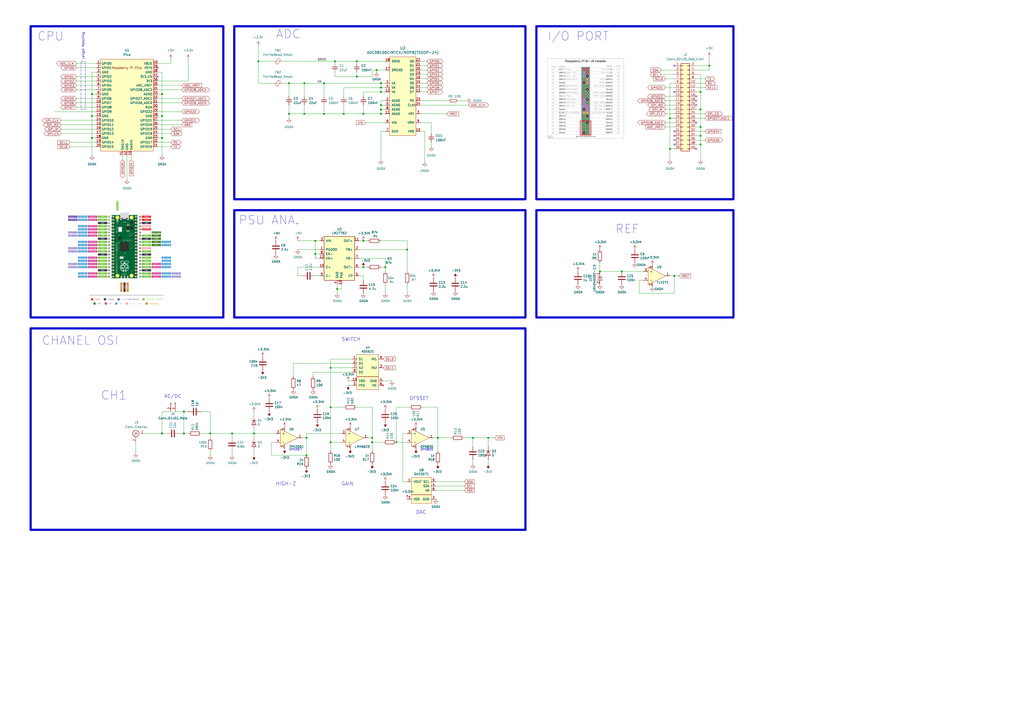
<source format=kicad_sch>
(kicad_sch (version 20231120) (generator "eeschema") (generator_version "8.0")
  (paper "A2")
  (title_block (title "pHAT ADC") (date "2024-10-07") (rev "R 01"))
  (junction (at 360.68 157.48))
  (junction (at 187.96 66.04))
  (junction (at 406.4 63.5))
  (junction (at 236.22 144.78))
  (junction (at 254 254))
  (junction (at 220.98 50.8))
  (junction (at 106.68 251.46))
  (junction (at 207.01 44.45))
  (junction (at 93.98 67.31))
  (junction (at 218.44 40.64))
  (junction (at 147.32 251.46))
  (junction (at 210.82 139.7))
  (junction (at 93.98 251.46))
  (junction (at 406.4 83.82))
  (junction (at 210.82 66.04))
  (junction (at 149.86 35.56))
  (junction (at 229.87 256.54))
  (junction (at 406.4 78.74))
  (junction (at 199.39 66.04))
  (junction (at 220.98 48.26))
  (junction (at 391.16 160.02))
  (junction (at 187.96 48.26))
  (junction (at 215.9 254))
  (junction (at 121.92 251.46))
  (junction (at 406.4 73.66))
  (junction (at 210.82 154.94))
  (junction (at 134.62 251.46))
  (junction (at 176.53 48.26))
  (junction (at 220.98 63.5))
  (junction (at 167.64 48.26))
  (junction (at 177.8 254))
  (junction (at 388.62 86.36))
  (junction (at 176.53 66.04))
  (junction (at 167.64 66.04))
  (junction (at 194.31 35.56))
  (junction (at 207.01 35.56))
  (junction (at 182.88 139.7))
  (junction (at 406.4 53.34))
  (junction (at 182.88 147.32))
  (junction (at 106.68 238.76))
  (junction (at 53.34 67.31))
  (junction (at 191.77 213.36))
  (junction (at 53.34 54.61))
  (junction (at 220.98 53.34))
  (junction (at 93.98 80.01))
  (junction (at 93.98 54.61))
  (junction (at 220.98 60.96))
  (junction (at 191.77 236.22))
  (junction (at 177.8 264.16))
  (junction (at 223.52 154.94))
  (junction (at 283.21 254))
  (junction (at 215.9 256.54))
  (junction (at 191.77 256.54))
  (junction (at 274.32 254))
  (junction (at 411.48 38.1))
  (junction (at 347.98 157.48))
  (junction (at 195.58 167.64))
  (junction (at 388.62 68.58))
  (junction (at 220.98 66.04))
  (junction (at 53.34 80.01))
  (no_connect (at 91.44 39.37))
  (no_connect (at 391.16 38.1))
  (no_connect (at 403.86 55.88))
  (no_connect (at 391.16 76.2))
  (no_connect (at 403.86 71.12))
  (no_connect (at 403.86 60.96))
  (no_connect (at 403.86 86.36))
  (no_connect (at 403.86 58.42))
  (no_connect (at 391.16 81.28))
  (no_connect (at 391.16 83.82))
  (no_connect (at 391.16 78.74))
  (no_connect (at 91.44 44.45))
  (no_connect (at 391.16 53.34))
  (wire (pts (xy 176.53 48.26) (xy 167.64 48.26)))
  (wire (pts (xy 229.87 236.22) (xy 229.87 256.54)))
  (wire (pts (xy 386.08 66.04) (xy 391.16 66.04)))
  (wire (pts (xy 44.45 52.07) (xy 55.88 52.07)))
  (wire (pts (xy 373.38 157.48) (xy 360.68 157.48)))
  (wire (pts (xy 191.77 236.22) (xy 191.77 256.54)))
  (wire (pts (xy 204.47 208.28) (xy 191.77 208.28)))
  (wire (pts (xy 147.32 248.92) (xy 147.32 251.46)))
  (wire (pts (xy 44.45 59.69) (xy 55.88 59.69)))
  (wire (pts (xy 182.88 139.7) (xy 185.42 139.7)))
  (wire (pts (xy 35.56 72.39) (xy 55.88 72.39)))
  (wire (pts (xy 185.42 149.86) (xy 182.88 149.86)))
  (wire (pts (xy 403.86 53.34) (xy 406.4 53.34)))
  (wire (pts (xy 71.12 92.71) (xy 71.12 90.17)))
  (wire (pts (xy 218.44 40.64) (xy 215.9 40.64)))
  (wire (pts (xy 121.92 254) (xy 121.92 251.46)))
  (wire (pts (xy 360.68 157.48) (xy 347.98 157.48)))
  (wire (pts (xy 403.86 43.18) (xy 406.4 43.18)))
  (wire (pts (xy 370.84 162.56) (xy 370.84 170.18)))
  (wire (pts (xy 250.19 77.47) (xy 250.19 71.12)))
  (wire (pts (xy 220.98 60.96) (xy 223.52 60.96)))
  (wire (pts (xy 204.47 220.98) (xy 201.93 220.98)))
  (wire (pts (xy 149.86 26.67) (xy 149.86 35.56)))
  (wire (pts (xy 185.42 147.32) (xy 182.88 147.32)))
  (wire (pts (xy 104.14 251.46) (xy 106.68 251.46)))
  (wire (pts (xy 254 254) (xy 254 261.62)))
  (wire (pts (xy 194.31 35.56) (xy 207.01 35.56)))
  (wire (pts (xy 247.65 45.72) (xy 243.84 45.72)))
  (wire (pts (xy 204.47 213.36) (xy 191.77 213.36)))
  (wire (pts (xy 223.52 165.1) (xy 223.52 170.18)))
  (wire (pts (xy 91.44 54.61) (xy 93.98 54.61)))
  (wire (pts (xy 247.65 40.64) (xy 243.84 40.64)))
  (wire (pts (xy 254 254) (xy 251.46 254)))
  (wire (pts (xy 386.08 50.8) (xy 391.16 50.8)))
  (wire (pts (xy 44.45 57.15) (xy 55.88 57.15)))
  (wire (pts (xy 187.96 60.96) (xy 187.96 66.04)))
  (wire (pts (xy 101.6 238.76) (xy 106.68 238.76)))
  (wire (pts (xy 388.62 68.58) (xy 388.62 86.36)))
  (wire (pts (xy 287.02 254) (xy 283.21 254)))
  (wire (pts (xy 388.62 48.26) (xy 388.62 68.58)))
  (wire (pts (xy 207.01 35.56) (xy 207.01 36.83)))
  (wire (pts (xy 76.2 92.71) (xy 76.2 90.17)))
  (wire (pts (xy 386.08 73.66) (xy 391.16 73.66)))
  (wire (pts (xy 91.44 77.47) (xy 99.06 77.47)))
  (wire (pts (xy 93.98 80.01) (xy 93.98 90.17)))
  (wire (pts (xy 109.22 46.99) (xy 109.22 34.29)))
  (wire (pts (xy 147.32 254) (xy 147.32 251.46)))
  (wire (pts (xy 44.45 46.99) (xy 55.88 46.99)))
  (wire (pts (xy 91.44 80.01) (xy 93.98 80.01)))
  (wire (pts (xy 223.52 154.94) (xy 223.52 157.48)))
  (wire (pts (xy 386.08 71.12) (xy 391.16 71.12)))
  (wire (pts (xy 408.94 76.2) (xy 403.86 76.2)))
  (wire (pts (xy 274.32 254) (xy 283.21 254)))
  (wire (pts (xy 195.58 167.64) (xy 195.58 165.1)))
  (wire (pts (xy 167.64 66.04) (xy 167.64 68.58)))
  (wire (pts (xy 247.65 48.26) (xy 243.84 48.26)))
  (wire (pts (xy 105.41 72.39) (xy 91.44 72.39)))
  (wire (pts (xy 53.34 41.91) (xy 53.34 54.61)))
  (wire (pts (xy 247.65 43.18) (xy 243.84 43.18)))
  (wire (pts (xy 91.44 46.99) (xy 109.22 46.99)))
  (wire (pts (xy 163.83 35.56) (xy 194.31 35.56)))
  (wire (pts (xy 283.21 266.7) (xy 283.21 269.24)))
  (wire (pts (xy 170.18 210.82) (xy 170.18 218.44)))
  (wire (pts (xy 386.08 55.88) (xy 391.16 55.88)))
  (wire (pts (xy 158.75 48.26) (xy 149.86 48.26)))
  (wire (pts (xy 220.98 48.26) (xy 223.52 48.26)))
  (wire (pts (xy 370.84 170.18) (xy 391.16 170.18)))
  (wire (pts (xy 250.19 82.55) (xy 250.19 85.09)))
  (wire (pts (xy 44.45 39.37) (xy 55.88 39.37)))
  (wire (pts (xy 167.64 66.04) (xy 176.53 66.04)))
  (wire (pts (xy 223.52 35.56) (xy 207.01 35.56)))
  (wire (pts (xy 53.34 67.31) (xy 53.34 54.61)))
  (wire (pts (xy 265.43 58.42) (xy 270.51 58.42)))
  (wire (pts (xy 185.42 160.02) (xy 182.88 160.02)))
  (wire (pts (xy 236.22 139.7) (xy 236.22 144.78)))
  (wire (pts (xy 187.96 48.26) (xy 220.98 48.26)))
  (wire (pts (xy 134.62 251.46) (xy 134.62 254)))
  (wire (pts (xy 207.01 41.91) (xy 207.01 44.45)))
  (wire (pts (xy 167.64 48.26) (xy 167.64 55.88)))
  (wire (pts (xy 210.82 60.96) (xy 210.82 66.04)))
  (wire (pts (xy 55.88 67.31) (xy 53.34 67.31)))
  (wire (pts (xy 408.94 81.28) (xy 403.86 81.28)))
  (wire (pts (xy 194.31 41.91) (xy 194.31 44.45)))
  (wire (pts (xy 191.77 236.22) (xy 191.77 213.36)))
  (wire (pts (xy 185.42 154.94) (xy 172.72 154.94)))
  (wire (pts (xy 172.72 160.02) (xy 175.26 160.02)))
  (wire (pts (xy 204.47 223.52) (xy 201.93 223.52)))
  (wire (pts (xy 93.98 67.31) (xy 91.44 67.31)))
  (wire (pts (xy 215.9 254) (xy 213.36 254)))
  (wire (pts (xy 406.4 43.18) (xy 406.4 53.34)))
  (wire (pts (xy 408.94 68.58) (xy 403.86 68.58)))
  (wire (pts (xy 406.4 78.74) (xy 406.4 83.82)))
  (wire (pts (xy 181.61 215.9) (xy 181.61 218.44)))
  (wire (pts (xy 406.4 63.5) (xy 406.4 73.66)))
  (wire (pts (xy 44.45 62.23) (xy 55.88 62.23)))
  (wire (pts (xy 116.84 251.46) (xy 121.92 251.46)))
  (wire (pts (xy 406.4 53.34) (xy 406.4 63.5)))
  (wire (pts (xy 274.32 259.08) (xy 274.32 254)))
  (wire (pts (xy 254 236.22) (xy 254 254)))
  (wire (pts (xy 236.22 165.1) (xy 236.22 170.18)))
  (wire (pts (xy 176.53 60.96) (xy 176.53 66.04)))
  (wire (pts (xy 187.96 48.26) (xy 187.96 55.88)))
  (wire (pts (xy 393.7 160.02) (xy 391.16 160.02)))
  (wire (pts (xy 391.16 160.02) (xy 391.16 170.18)))
  (wire (pts (xy 93.98 41.91) (xy 93.98 54.61)))
  (wire (pts (xy 386.08 58.42) (xy 391.16 58.42)))
  (wire (pts (xy 220.98 154.94) (xy 223.52 154.94)))
  (wire (pts (xy 44.45 49.53) (xy 55.88 49.53)))
  (wire (pts (xy 198.12 256.54) (xy 191.77 256.54)))
  (wire (pts (xy 403.86 73.66) (xy 406.4 73.66)))
  (wire (pts (xy 220.98 60.96) (xy 220.98 58.42)))
  (wire (pts (xy 408.94 50.8) (xy 403.86 50.8)))
  (wire (pts (xy 252.73 281.94) (xy 269.24 281.94)))
  (wire (pts (xy 177.8 264.16) (xy 177.8 254)))
  (wire (pts (xy 243.84 60.96) (xy 271.78 60.96)))
  (wire (pts (xy 177.8 254) (xy 175.26 254)))
  (wire (pts (xy 40.64 85.09) (xy 55.88 85.09)))
  (wire (pts (xy 177.8 251.46) (xy 198.12 251.46)))
  (wire (pts (xy 91.44 41.91) (xy 93.98 41.91)))
  (wire (pts (xy 386.08 45.72) (xy 391.16 45.72)))
  (wire (pts (xy 199.39 60.96) (xy 199.39 66.04)))
  (wire (pts (xy 185.42 144.78) (xy 172.72 144.78)))
  (wire (pts (xy 222.25 256.54) (xy 215.9 256.54)))
  (wire (pts (xy 218.44 40.64) (xy 218.44 41.91)))
  (wire (pts (xy 233.68 279.4) (xy 236.22 279.4)))
  (wire (pts (xy 198.12 167.64) (xy 195.58 167.64)))
  (wire (pts (xy 220.98 63.5) (xy 223.52 63.5)))
  (wire (pts (xy 31.75 64.77) (xy 55.88 64.77)))
  (wire (pts (xy 406.4 83.82) (xy 406.4 92.71)))
  (wire (pts (xy 220.98 139.7) (xy 236.22 139.7)))
  (wire (pts (xy 147.32 238.76) (xy 147.32 241.3)))
  (wire (pts (xy 93.98 238.76) (xy 93.98 251.46)))
  (wire (pts (xy 199.39 66.04) (xy 210.82 66.04)))
  (wire (pts (xy 194.31 44.45) (xy 207.01 44.45)))
  (wire (pts (xy 198.12 165.1) (xy 198.12 167.64)))
  (wire (pts (xy 105.41 69.85) (xy 91.44 69.85)))
  (wire (pts (xy 391.16 48.26) (xy 388.62 48.26)))
  (wire (pts (xy 134.62 251.46) (xy 147.32 251.46)))
  (wire (pts (xy 99.06 82.55) (xy 91.44 82.55)))
  (wire (pts (xy 40.64 82.55) (xy 55.88 82.55)))
  (wire (pts (xy 269.24 254) (xy 274.32 254)))
  (wire (pts (xy 208.28 144.78) (xy 236.22 144.78)))
  (wire (pts (xy 106.68 238.76) (xy 109.22 238.76)))
  (wire (pts (xy 373.38 162.56) (xy 370.84 162.56)))
  (wire (pts (xy 191.77 213.36) (xy 191.77 208.28)))
  (wire (pts (xy 215.9 40.64) (xy 215.9 44.45)))
  (wire (pts (xy 391.16 160.02) (xy 388.62 160.02)))
  (wire (pts (xy 247.65 38.1) (xy 243.84 38.1)))
  (wire (pts (xy 212.09 71.12) (xy 223.52 71.12)))
  (wire (pts (xy 157.48 264.16) (xy 177.8 264.16)))
  (wire (pts (xy 252.73 279.4) (xy 269.24 279.4)))
  (wire (pts (xy 83.82 251.46) (xy 93.98 251.46)))
  (wire (pts (xy 391.16 86.36) (xy 388.62 86.36)))
  (wire (pts (xy 223.52 149.86) (xy 223.52 154.94)))
  (wire (pts (xy 170.18 210.82) (xy 204.47 210.82)))
  (wire (pts (xy 215.9 236.22) (xy 215.9 254)))
  (wire (pts (xy 199.39 50.8) (xy 220.98 50.8)))
  (wire (pts (xy 208.28 139.7) (xy 210.82 139.7)))
  (wire (pts (xy 93.98 238.76) (xy 99.06 238.76)))
  (wire (pts (xy 215.9 256.54) (xy 215.9 261.62)))
  (wire (pts (xy 149.86 48.26) (xy 149.86 35.56)))
  (wire (pts (xy 408.94 66.04) (xy 403.86 66.04)))
  (wire (pts (xy 99.06 36.83) (xy 99.06 34.29)))
  (wire (pts (xy 223.52 76.2) (xy 220.98 76.2)))
  (wire (pts (xy 252.73 284.48) (xy 269.24 284.48)))
  (wire (pts (xy 53.34 54.61) (xy 55.88 54.61)))
  (wire (pts (xy 210.82 66.04) (xy 220.98 66.04)))
  (wire (pts (xy 182.88 149.86) (xy 182.88 147.32)))
  (wire (pts (xy 44.45 44.45) (xy 55.88 44.45)))
  (wire (pts (xy 35.56 74.93) (xy 55.88 74.93)))
  (wire (pts (xy 116.84 238.76) (xy 121.92 238.76)))
  (wire (pts (xy 386.08 63.5) (xy 391.16 63.5)))
  (wire (pts (xy 106.68 251.46) (xy 109.22 251.46)))
  (wire (pts (xy 160.02 256.54) (xy 157.48 256.54)))
  (wire (pts (xy 44.45 36.83) (xy 55.88 36.83)))
  (wire (pts (xy 403.86 83.82) (xy 406.4 83.82)))
  (wire (pts (xy 172.72 154.94) (xy 172.72 160.02)))
  (wire (pts (xy 220.98 63.5) (xy 220.98 60.96)))
  (wire (pts (xy 167.64 60.96) (xy 167.64 66.04)))
  (wire (pts (xy 403.86 78.74) (xy 406.4 78.74)))
  (wire (pts (xy 105.41 57.15) (xy 91.44 57.15)))
  (wire (pts (xy 208.28 154.94) (xy 210.82 154.94)))
  (wire (pts (xy 243.84 76.2) (xy 246.38 76.2)))
  (wire (pts (xy 149.86 35.56) (xy 158.75 35.56)))
  (wire (pts (xy 93.98 80.01) (xy 93.98 67.31)))
  (wire (pts (xy 227.33 220.98) (xy 222.25 220.98)))
  (wire (pts (xy 243.84 66.04) (xy 259.08 66.04)))
  (wire (pts (xy 157.48 256.54) (xy 157.48 264.16)))
  (wire (pts (xy 254 254) (xy 261.62 254)))
  (wire (pts (xy 78.74 256.54) (xy 78.74 262.89)))
  (wire (pts (xy 121.92 251.46) (xy 134.62 251.46)))
  (wire (pts (xy 383.54 43.18) (xy 391.16 43.18)))
  (wire (pts (xy 210.82 53.34) (xy 210.82 55.88)))
  (wire (pts (xy 105.41 52.07) (xy 91.44 52.07)))
  (wire (pts (xy 199.39 50.8) (xy 199.39 55.88)))
  (wire (pts (xy 147.32 261.62) (xy 147.32 264.16)))
  (wire (pts (xy 246.38 76.2) (xy 246.38 93.98)))
  (wire (pts (xy 93.98 251.46) (xy 96.52 251.46)))
  (wire (pts (xy 210.82 154.94) (xy 213.36 154.94)))
  (wire (pts (xy 411.48 33.02) (xy 411.48 38.1)))
  (wire (pts (xy 274.32 266.7) (xy 274.32 269.24)))
  (wire (pts (xy 383.54 40.64) (xy 391.16 40.64)))
  (wire (pts (xy 195.58 170.18) (xy 195.58 167.64)))
  (wire (pts (xy 91.44 36.83) (xy 99.06 36.83)))
  (wire (pts (xy 147.32 251.46) (xy 160.02 251.46)))
  (wire (pts (xy 99.06 85.09) (xy 91.44 85.09)))
  (wire (pts (xy 215.9 254) (xy 215.9 256.54)))
  (wire (pts (xy 53.34 80.01) (xy 53.34 67.31)))
  (wire (pts (xy 403.86 45.72) (xy 408.94 45.72)))
  (wire (pts (xy 386.08 60.96) (xy 391.16 60.96)))
  (wire (pts (xy 247.65 50.8) (xy 243.84 50.8)))
  (wire (pts (xy 194.31 36.83) (xy 194.31 35.56)))
  (wire (pts (xy 134.62 261.62) (xy 134.62 264.16)))
  (wire (pts (xy 177.8 251.46) (xy 177.8 254)))
  (wire (pts (xy 208.28 160.02) (xy 210.82 160.02)))
  (wire (pts (xy 220.98 48.26) (xy 220.98 50.8)))
  (wire (pts (xy 411.48 40.64) (xy 411.48 38.1)))
  (wire (pts (xy 250.19 71.12) (xy 243.84 71.12)))
  (wire (pts (xy 247.65 35.56) (xy 243.84 35.56)))
  (wire (pts (xy 93.98 54.61) (xy 93.98 67.31)))
  (wire (pts (xy 223.52 53.34) (xy 220.98 53.34)))
  (wire (pts (xy 121.92 261.62) (xy 121.92 264.16)))
  (wire (pts (xy 236.22 144.78) (xy 236.22 157.48)))
  (wire (pts (xy 176.53 48.26) (xy 176.53 55.88)))
  (wire (pts (xy 210.82 160.02) (xy 210.82 162.56)))
  (wire (pts (xy 191.77 236.22) (xy 199.39 236.22)))
  (wire (pts (xy 172.72 139.7) (xy 182.88 139.7)))
  (wire (pts (xy 403.86 63.5) (xy 406.4 63.5)))
  (wire (pts (xy 237.49 236.22) (xy 229.87 236.22)))
  (wire (pts (xy 220.98 50.8) (xy 220.98 53.34)))
  (wire (pts (xy 388.62 86.36) (xy 388.62 92.71)))
  (wire (pts (xy 215.9 44.45) (xy 207.01 44.45)))
  (wire (pts (xy 406.4 73.66) (xy 406.4 78.74)))
  (wire (pts (xy 121.92 238.76) (xy 121.92 251.46)))
  (wire (pts (xy 106.68 238.76) (xy 106.68 251.46)))
  (wire (pts (xy 403.86 38.1) (xy 411.48 38.1)))
  (wire (pts (xy 55.88 80.01) (xy 53.34 80.01)))
  (wire (pts (xy 182.88 147.32) (xy 182.88 139.7)))
  (wire (pts (xy 220.98 76.2) (xy 220.98 92.71)))
  (wire (pts (xy 388.62 68.58) (xy 391.16 68.58)))
  (wire (pts (xy 55.88 41.91) (xy 53.34 41.91)))
  (wire (pts (xy 283.21 259.08) (xy 283.21 254)))
  (wire (pts (xy 105.41 64.77) (xy 91.44 64.77)))
  (wire (pts (xy 187.96 66.04) (xy 199.39 66.04)))
  (wire (pts (xy 403.86 48.26) (xy 408.94 48.26)))
  (wire (pts (xy 403.86 40.64) (xy 411.48 40.64)))
  (wire (pts (xy 35.56 77.47) (xy 55.88 77.47)))
  (wire (pts (xy 220.98 66.04) (xy 220.98 63.5)))
  (wire (pts (xy 191.77 256.54) (xy 191.77 261.62)))
  (wire (pts (xy 207.01 236.22) (xy 215.9 236.22)))
  (wire (pts (xy 105.41 59.69) (xy 91.44 59.69)))
  (wire (pts (xy 236.22 256.54) (xy 229.87 256.54)))
  (wire (pts (xy 347.98 157.48) (xy 347.98 152.4)))
  (wire (pts (xy 210.82 139.7) (xy 213.36 139.7)))
  (wire (pts (xy 176.53 66.04) (xy 187.96 66.04)))
  (wire (pts (xy 223.52 66.04) (xy 220.98 66.04)))
  (wire (pts (xy 208.28 149.86) (xy 223.52 149.86)))
  (wire (pts (xy 91.44 74.93) (xy 99.06 74.93)))
  (wire (pts (xy 220.98 58.42) (xy 223.52 58.42)))
  (wire (pts (xy 247.65 53.34) (xy 243.84 53.34)))
  (wire (pts (xy 245.11 236.22) (xy 254 236.22)))
  (wire (pts (xy 176.53 48.26) (xy 187.96 48.26)))
  (wire (pts (xy 243.84 58.42) (xy 260.35 58.42)))
  (wire (pts (xy 105.41 49.53) (xy 91.44 49.53)))
  (wire (pts (xy 220.98 50.8) (xy 223.52 50.8)))
  (wire (pts (xy 167.64 48.26) (xy 163.83 48.26)))
  (wire (pts (xy 233.68 251.46) (xy 233.68 279.4)))
  (wire (pts (xy 73.66 90.17) (xy 73.66 104.14)))
  (wire (pts (xy 220.98 53.34) (xy 210.82 53.34)))
  (wire (pts (xy 223.52 40.64) (xy 218.44 40.64)))
  (wire (pts (xy 53.34 80.01) (xy 53.34 90.17)))
  (wire (pts (xy 35.56 69.85) (xy 55.88 69.85)))
  (wire (pts (xy 181.61 215.9) (xy 204.47 215.9)))
  (wire (pts (xy 233.68 251.46) (xy 236.22 251.46)))
  (rectangle (start 46.99 35.56) (end 49.53 63.5) (stroke (width 0) (type dash)))
  (rectangle (start 311.15 121.92) (end 425.45 184.15) (stroke (width 1.27)))
  (rectangle (start 17.78 15.24) (end 129.54 184.15) (stroke (width 1.27)))
  (rectangle (start 17.78 190.5) (end 304.8 307.34) (stroke (width 1.27)))
  (rectangle (start 135.89 15.24) (end 304.8 115.57) (stroke (width 1.27)))
  (rectangle (start 135.89 121.92) (end 304.8 184.15) (stroke (width 1.27)))
  (rectangle (start 311.15 15.24) (end 425.45 115.57) (stroke (width 1.27)))
  (image (at 72.39 147.32))
  (image (at 341.63 57.15) (scale 0.178563))
  (text "CHANEL OSI" (at 24.13 200.66 0) (effects (font (size 5.0038 5.0038)) (justify left bottom)))
  (text "AC/DC" (at 95.25 231.14 0) (effects (font (size 2.0066 2.0066)) (justify left bottom)))
  (text "DAC" (at 241.3 298.45 0) (effects (font (size 2.0066 2.0066)) (justify left bottom)))
  (text "CPU" (at 21.59 24.13 0) (effects (font (size 5.0038 5.0038)) (justify left bottom)))
  (text "OPA820" (at 243.84 261.62 0) (effects (font (size 1.27 1.27)) (justify left bottom)))
  (text "PSU ANA." (at 138.43 130.81 0) (effects (font (size 5.0038 5.0038)) (justify left bottom)))
  (text "I/O PORT" (at 317.5 24.13 0) (effects (font (size 5.0038 5.0038)) (justify left bottom)))
  (text "GAIN" (at 198.12 281.94 0) (effects (font (size 2.0066 2.0066)) (justify left bottom)))
  (text "ADC" (at 160.02 22.86 0) (effects (font (size 5.0038 5.0038)) (justify left bottom)))
  (text "OPA357" (at 167.64 261.62 0) (effects (font (size 1.27 1.27)) (justify left bottom)))
  (text "REF" (at 356.87 135.89 0) (effects (font (size 5.0038 5.0038)) (justify left bottom)))
  (text "Length Matching" (at 48.26 26.67 90) (effects (font (size 1.27 1.27))))
  (text "SWITCH" (at 198.12 198.12 0) (effects (font (size 2.0066 2.0066)) (justify left bottom)))
  (text "HIGH-Z" (at 160.02 281.94 0) (effects (font (size 2.0066 2.0066)) (justify left bottom)))
  (text "OFSSET" (at 237.49 232.41 0) (effects (font (size 2.0066 2.0066)) (justify left bottom)))
  (text "CH1" (at 58.42 232.41 0) (effects (font (size 5.0038 5.0038)) (justify left bottom)))
  (label "DRVD" (at 184.15 35.56 0))
  (label "VA" (at 184.15 48.26 0))
  (global_label "GPIO21" (shape bidirectional) (at 105.41 69.85 0) (property "Intersheetrefs" "${INTERSHEET_REFS}" (at 116.4008 69.85 0) (effects (justify left))))
  (global_label "GPIO2" (shape bidirectional) (at 44.45 46.99 180) (property "Intersheetrefs" "${INTERSHEET_REFS}" (at 34.6687 46.99 0) (effects (justify right))))
  (global_label "SDA" (shape input) (at 99.06 77.47 0) (property "Intersheetrefs" "${INTERSHEET_REFS}" (at 105.6133 77.47 0) (effects (justify left))))
  (global_label "SCL" (shape input) (at 99.06 74.93 0) (property "Intersheetrefs" "${INTERSHEET_REFS}" (at 105.5528 74.93 0) (effects (justify left))))
  (global_label "GPIO0" (shape bidirectional) (at 247.65 35.56 0) (property "Intersheetrefs" "${INTERSHEET_REFS}" (at 257.4313 35.56 0) (effects (justify left))))
  (global_label "GPIO21" (shape bidirectional) (at 386.08 50.8 180) (property "Intersheetrefs" "${INTERSHEET_REFS}" (at 375.0892 50.8 0) (effects (justify right))))
  (global_label "SPI_CS" (shape bidirectional) (at 35.56 77.47 180) (property "Intersheetrefs" "${INTERSHEET_REFS}" (at 24.9321 77.47 0) (effects (justify right))))
  (global_label "SPI_MI" (shape bidirectional) (at 386.08 63.5 180) (property "Intersheetrefs" "${INTERSHEET_REFS}" (at 375.8754 63.5 0) (effects (justify right))))
  (global_label "TX" (shape bidirectional) (at 99.06 85.09 0) (property "Intersheetrefs" "${INTERSHEET_REFS}" (at 105.3336 85.09 0) (effects (justify left))))
  (global_label "SCL" (shape input) (at 269.24 281.94 0) (property "Intersheetrefs" "${INTERSHEET_REFS}" (at 275.7328 281.94 0) (effects (justify left))))
  (global_label "SDA" (shape input) (at 383.54 40.64 180) (property "Intersheetrefs" "${INTERSHEET_REFS}" (at 376.9867 40.64 0) (effects (justify right))))
  (global_label "VIN" (shape input) (at 287.02 254 0) (property "Intersheetrefs" "${INTERSHEET_REFS}" (at 293.0291 254 0) (effects (justify left))))
  (global_label "SEL1" (shape input) (at 222.25 213.36 0) (property "Intersheetrefs" "${INTERSHEET_REFS}" (at 229.8313 213.36 0) (effects (justify left))))
  (global_label "GPIO3" (shape bidirectional) (at 44.45 49.53 180) (property "Intersheetrefs" "${INTERSHEET_REFS}" (at 34.6687 49.53 0) (effects (justify right))))
  (global_label "TX" (shape bidirectional) (at 408.94 45.72 0) (property "Intersheetrefs" "${INTERSHEET_REFS}" (at 415.2136 45.72 0) (effects (justify left))))
  (global_label "GPIO22" (shape bidirectional) (at 386.08 55.88 180) (property "Intersheetrefs" "${INTERSHEET_REFS}" (at 375.0892 55.88 0) (effects (justify right))))
  (global_label "GPIO26_ADC0" (shape bidirectional) (at 105.41 59.69 0) (property "Intersheetrefs" "${INTERSHEET_REFS}" (at 122.2065 59.69 0) (effects (justify left))))
  (global_label "SDA" (shape input) (at 269.24 279.4 0) (property "Intersheetrefs" "${INTERSHEET_REFS}" (at 275.7933 279.4 0) (effects (justify left))))
  (global_label "GPIO6" (shape bidirectional) (at 247.65 50.8 0) (property "Intersheetrefs" "${INTERSHEET_REFS}" (at 257.4313 50.8 0) (effects (justify left))))
  (global_label "SPI_CLK" (shape bidirectional) (at 35.56 69.85 180) (property "Intersheetrefs" "${INTERSHEET_REFS}" (at 23.8435 69.85 0) (effects (justify right))))
  (global_label "GPIO5" (shape bidirectional) (at 247.65 48.26 0) (property "Intersheetrefs" "${INTERSHEET_REFS}" (at 257.4313 48.26 0) (effects (justify left))))
  (global_label "GPIO28_ADC2" (shape bidirectional) (at 105.41 52.07 0) (property "Intersheetrefs" "${INTERSHEET_REFS}" (at 122.2065 52.07 0) (effects (justify left))))
  (global_label "GPIO2" (shape bidirectional) (at 247.65 40.64 0) (property "Intersheetrefs" "${INTERSHEET_REFS}" (at 257.4313 40.64 0) (effects (justify left))))
  (global_label "GPIO0" (shape bidirectional) (at 44.45 39.37 180) (property "Intersheetrefs" "${INTERSHEET_REFS}" (at 34.6687 39.37 0) (effects (justify right))))
  (global_label "SPI_CS" (shape bidirectional) (at 408.94 66.04 0) (property "Intersheetrefs" "${INTERSHEET_REFS}" (at 419.5679 66.04 0) (effects (justify left))))
  (global_label "GPIO7" (shape bidirectional) (at 44.45 62.23 180) (property "Intersheetrefs" "${INTERSHEET_REFS}" (at 34.6687 62.23 0) (effects (justify right))))
  (global_label "GPIO27_ADC1" (shape bidirectional) (at 408.94 68.58 0) (property "Intersheetrefs" "${INTERSHEET_REFS}" (at 425.7365 68.58 0) (effects (justify left))))
  (global_label "GPIO22" (shape bidirectional) (at 105.41 64.77 0) (property "Intersheetrefs" "${INTERSHEET_REFS}" (at 116.4008 64.77 0) (effects (justify left))))
  (global_label "VREF" (shape input) (at 259.08 66.04 0) (property "Intersheetrefs" "${INTERSHEET_REFS}" (at 266.6614 66.04 0) (effects (justify left))))
  (global_label "GPIO1" (shape bidirectional) (at 44.45 44.45 180) (property "Intersheetrefs" "${INTERSHEET_REFS}" (at 34.6687 44.45 0) (effects (justify right))))
  (global_label "SEL1" (shape input) (at 408.94 50.8 0) (property "Intersheetrefs" "${INTERSHEET_REFS}" (at 416.5213 50.8 0) (effects (justify left))))
  (global_label "ADC_VREF" (shape input) (at 105.41 49.53 0) (property "Intersheetrefs" "${INTERSHEET_REFS}" (at 117.5876 49.53 0) (effects (justify left))))
  (global_label "ADC_CLK" (shape bidirectional) (at 44.45 36.83 180) (property "Intersheetrefs" "${INTERSHEET_REFS}" (at 32.1892 36.83 0) (effects (justify right))))
  (global_label "GPIO25" (shape bidirectional) (at 71.12 92.71 270) (property "Intersheetrefs" "${INTERSHEET_REFS}" (at 71.12 103.7008 90) (effects (justify right))))
  (global_label "GPIO7" (shape bidirectional) (at 247.65 53.34 0) (property "Intersheetrefs" "${INTERSHEET_REFS}" (at 257.4313 53.34 0) (effects (justify left))))
  (global_label "GPIO26_ADC0" (shape bidirectional) (at 386.08 58.42 180) (property "Intersheetrefs" "${INTERSHEET_REFS}" (at 369.2835 58.42 0) (effects (justify right))))
  (global_label "GPIO5" (shape bidirectional) (at 44.45 57.15 180) (property "Intersheetrefs" "${INTERSHEET_REFS}" (at 34.6687 57.15 0) (effects (justify right))))
  (global_label "VIN" (shape input) (at 212.09 71.12 180) (property "Intersheetrefs" "${INTERSHEET_REFS}" (at 206.0809 71.12 0) (effects (justify right))))
  (global_label "GPIO27_ADC1" (shape bidirectional) (at 105.41 57.15 0) (property "Intersheetrefs" "${INTERSHEET_REFS}" (at 122.2065 57.15 0) (effects (justify left))))
  (global_label "SEL0" (shape input) (at 222.25 208.28 0) (property "Intersheetrefs" "${INTERSHEET_REFS}" (at 229.8313 208.28 0) (effects (justify left))))
  (global_label "SEL0" (shape input) (at 40.64 85.09 180) (property "Intersheetrefs" "${INTERSHEET_REFS}" (at 33.0587 85.09 0) (effects (justify right))))
  (global_label "SEL1" (shape input) (at 40.64 82.55 180) (property "Intersheetrefs" "${INTERSHEET_REFS}" (at 33.0587 82.55 0) (effects (justify right))))
  (global_label "A00" (shape input) (at 105.41 72.39 0) (property "Intersheetrefs" "${INTERSHEET_REFS}" (at 111.9028 72.39 0) (effects (justify left))))
  (global_label "SCL" (shape input) (at 383.54 43.18 180) (property "Intersheetrefs" "${INTERSHEET_REFS}" (at 377.0472 43.18 0) (effects (justify right))))
  (global_label "SPI_MO" (shape bidirectional) (at 386.08 60.96 180) (property "Intersheetrefs" "${INTERSHEET_REFS}" (at 375.1497 60.96 0) (effects (justify right))))
  (global_label "SPI_MI" (shape bidirectional) (at 35.56 74.93 180) (property "Intersheetrefs" "${INTERSHEET_REFS}" (at 25.3554 74.93 0) (effects (justify right))))
  (global_label "SPI_MO" (shape bidirectional) (at 35.56 72.39 180) (property "Intersheetrefs" "${INTERSHEET_REFS}" (at 24.6297 72.39 0) (effects (justify right))))
  (global_label "SEL0" (shape input) (at 386.08 45.72 180) (property "Intersheetrefs" "${INTERSHEET_REFS}" (at 378.4987 45.72 0) (effects (justify right))))
  (global_label "GPIO6" (shape bidirectional) (at 44.45 59.69 180) (property "Intersheetrefs" "${INTERSHEET_REFS}" (at 34.6687 59.69 0) (effects (justify right))))
  (global_label "ADC_VREF" (shape input) (at 386.08 73.66 180) (property "Intersheetrefs" "${INTERSHEET_REFS}" (at 373.9024 73.66 0) (effects (justify right))))
  (global_label "GPIO24" (shape input) (at 76.2 92.71 270) (property "Intersheetrefs" "${INTERSHEET_REFS}" (at 76.2 102.5895 90) (effects (justify right))))
  (global_label "RX" (shape bidirectional) (at 99.06 82.55 0) (property "Intersheetrefs" "${INTERSHEET_REFS}" (at 105.636 82.55 0) (effects (justify left))))
  (global_label "GPIO4" (shape bidirectional) (at 44.45 52.07 180) (property "Intersheetrefs" "${INTERSHEET_REFS}" (at 34.6687 52.07 0) (effects (justify right))))
  (global_label "GPIO4" (shape bidirectional) (at 247.65 45.72 0) (property "Intersheetrefs" "${INTERSHEET_REFS}" (at 257.4313 45.72 0) (effects (justify left))))
  (global_label "GPIO3" (shape bidirectional) (at 247.65 43.18 0) (property "Intersheetrefs" "${INTERSHEET_REFS}" (at 257.4313 43.18 0) (effects (justify left))))
  (global_label "GPIO28_ADC2" (shape bidirectional) (at 386.08 71.12 180) (property "Intersheetrefs" "${INTERSHEET_REFS}" (at 369.2835 71.12 0) (effects (justify right))))
  (global_label "SPI_CLK" (shape bidirectional) (at 386.08 66.04 180) (property "Intersheetrefs" "${INTERSHEET_REFS}" (at 374.3635 66.04 0) (effects (justify right))))
  (global_label "GPIO1" (shape bidirectional) (at 247.65 38.1 0) (property "Intersheetrefs" "${INTERSHEET_REFS}" (at 257.4313 38.1 0) (effects (justify left))))
  (global_label "ADC_CLK" (shape bidirectional) (at 271.78 60.96 0) (property "Intersheetrefs" "${INTERSHEET_REFS}" (at 284.0408 60.96 0) (effects (justify left))))
  (global_label "VREF" (shape input) (at 393.7 160.02 0) (property "Intersheetrefs" "${INTERSHEET_REFS}" (at 401.2814 160.02 0) (effects (justify left))))
  (global_label "GPIO25" (shape bidirectional) (at 408.94 81.28 0) (property "Intersheetrefs" "${INTERSHEET_REFS}" (at 419.9308 81.28 0) (effects (justify left))))
  (global_label "GPIO24" (shape input) (at 408.94 76.2 0) (property "Intersheetrefs" "${INTERSHEET_REFS}" (at 418.8195 76.2 0) (effects (justify left))))
  (global_label "RX" (shape bidirectional) (at 408.94 48.26 0) (property "Intersheetrefs" "${INTERSHEET_REFS}" (at 415.516 48.26 0) (effects (justify left))))
  (global_label "A00" (shape input) (at 269.24 284.48 0) (property "Intersheetrefs" "${INTERSHEET_REFS}" (at 275.7328 284.48 0) (effects (justify left))))
  (symbol (lib_id "power:-3V3") (at 177.8 271.78 180) (unit 1)
    (property "Reference" "#PWR058" (effects (hide yes)))
    (property "Value" "-3V3" (at 177.419 276.1742 0))
  )
  (symbol (lib_id "power:GNDA") (at 252.73 289.56 0) (unit 1)
    (property "Reference" "#PWR062" (effects (hide yes)))
    (property "Value" "GNDA" (at 252.857 293.9542 0))
  )
  (symbol (lib_id "power:+3.3VA") (at 201.93 220.98 0) (unit 1)
    (property "Reference" "#PWR015" (effects (hide yes)))
    (property "Value" "+3.3VA" (at 201.93 217.17 0))
  )
  (symbol (lib_id "power:GNDA") (at 93.98 90.17 0) (unit 1)
    (property "Reference" "#PWR031" (effects (hide yes)))
    (property "Value" "GNDA" (at 93.98 95.25 0))
    (property "Description" "Power symbol creates a global label with name \"GNDA\" , analog ground" (effects (hide yes)))
  )
  (symbol (lib_id "Device:C_Small") (at 187.96 58.42 0) (unit 1)
    (property "Reference" "C5" (at 190.5 57.1562 0) (effects (justify left)))
    (property "Value" "100nF" (at 190.5 59.6962 0) (effects (justify left)))
    (property "Footprint" "Capacitor_SMD:C_0603_1608Metric" (effects (hide yes)))
    (property "Description" "Unpolarized capacitor, small symbol" (effects (hide yes)))
  )
  (symbol (lib_id "power:GNDA") (at 134.62 264.16 0) (unit 1)
    (property "Reference" "#PWR050" (effects (hide yes)))
    (property "Value" "GNDA" (at 134.747 268.5542 0))
  )
  (symbol (lib_id "power:GNDA") (at 236.22 170.18 0) (unit 1)
    (property "Reference" "#PWR075" (effects (hide yes)))
    (property "Value" "GNDA" (at 236.347 174.5742 0))
  )
  (symbol (lib_id "power:-3V3") (at 201.93 223.52 180) (unit 1)
    (property "Reference" "#PWR026" (effects (hide yes)))
    (property "Value" "-3V3" (at 201.549 227.9142 0))
  )
  (symbol (lib_id "Device:R") (at 226.06 256.54 90) (unit 1)
    (property "Reference" "R14" (at 224.8916 254.762 0) (effects (justify left)))
    (property "Value" "100" (at 227.203 254.762 0) (effects (justify left)))
    (property "Footprint" "Resistor_SMD:R_0603_1608Metric" (effects (hide yes)))
    (property "Datasheet" "https://datasheet.lcsc.com/lcsc/1811081710_UNI-ROYAL-Uniroyal-Elec-0603WAF1000T5E_C22775.pdf" (effects (hide yes)))
    (property "LCSC Part #" "C22775" (effects (hide yes)))
    (property "MFR. Part #" "0603WAF1000T5E" (effects (hide yes)))
  )
  (symbol (lib_id "power:-3V3") (at 264.16 161.29 0) (unit 1)
    (property "Reference" "#PWR069" (effects (hide yes)))
    (property "Value" "-3V3" (at 264.541 156.8958 0))
  )
  (symbol (lib_id "ICTAMKY:ADC08100CIMTCX/NOPB(TSSOP-24)") (at 233.68 55.88 0) (unit 1)
    (property "Reference" "U2" (at 233.68 27.94 0) (effects (font (size 1.524 1.524))))
    (property "Value" "ADC08100CIMTCX/NOPB(TSSOP-24)" (at 233.68 30.48 0) (effects (font (size 1.524 1.524))))
    (property "Footprint" "Package_SO:TSSOP-24_4.4x7.8mm_P0.65mm" (effects (hide yes)))
  )
  (symbol (lib_id "Device:C") (at 274.32 262.89 0) (unit 1)
    (property "Reference" "C23" (at 277.241 261.7216 0) (effects (justify left)))
    (property "Value" "160p" (at 277.241 264.033 0) (effects (justify left)))
    (property "Footprint" "Capacitor_SMD:C_0603_1608Metric" (effects (hide yes)))
    (property "Datasheet" "https://datasheet.lcsc.com/lcsc/1811101032_PSA-Prosperity-Dielectrics-FN18X104K160PSG_C235729.pdf" (effects (hide yes)))
    (property "LCSC Part #" "C235729" (effects (hide yes)))
    (property "MFR. Part #" "FN18X104K160PSG" (effects (hide yes)))
  )
  (symbol (lib_id "Reference_Voltage:LM4040DBZ-2.0") (at 347.98 161.29 90) (unit 1)
    (property "Reference" "U10" (at 342.4936 161.29 0))
    (property "Value" "LM4040DBZ-2.0" (at 344.805 161.29 0))
    (property "Footprint" "Package_TO_SOT_SMD:SOT-23" (effects (hide yes)))
    (property "Datasheet" "https://datasheet.lcsc.com/lcsc/1809111512_Texas-Instruments-LM4040A20IDBZR_C127070.pdf" (effects (hide yes)))
    (property "LCSC Part #" "C127070" (effects (hide yes)))
    (property "MFR. Part #" "LM4040A20IDBZR" (effects (hide yes)))
  )
  (symbol (lib_id "Device:C") (at 251.46 165.1 0) (unit 1)
    (property "Reference" "C13" (at 254.381 163.9316 0) (effects (justify left)))
    (property "Value" "2.2u" (at 254.381 166.243 0) (effects (justify left)))
    (property "Footprint" "Capacitor_SMD:C_0603_1608Metric" (effects (hide yes)))
    (property "Datasheet" "https://datasheet.lcsc.com/lcsc/1810271109_Samsung-Electro-Mechanics-CL10A225KO8NNNC_C23630.pdf" (effects (hide yes)))
    (property "LCSC Part #" "C23630" (effects (hide yes)))
    (property "MFR. Part #" "CL10A225KO8NNNC" (effects (hide yes)))
  )
  (symbol (lib_id "Device:R") (at 177.8 267.97 180) (unit 1)
    (property "Reference" "R19" (at 176.022 269.1384 0) (effects (justify left)))
    (property "Value" "1k" (at 176.022 266.827 0) (effects (justify left)))
    (property "Footprint" "Resistor_SMD:R_0603_1608Metric" (effects (hide yes)))
    (property "Datasheet" "https://datasheet.lcsc.com/lcsc/1811141223_UNI-ROYAL-Uniroyal-Elec-0603WAF1001T5E_C21190.pdf" (effects (hide yes)))
    (property "LCSC Part #" "C21190" (effects (hide yes)))
    (property "MFR. Part #" "0603WAF1001T5E" (effects (hide yes)))
  )
  (symbol (lib_id "rpicoscope:LMH6629") (at 198.12 248.92 0) (unit 1)
    (property "Reference" "U7" (at 205.74 248.92 0) (effects (justify left)))
    (property "Value" "LMH6629" (at 205.74 259.08 0) (effects (justify left)))
    (property "Footprint" "Package_TO_SOT_SMD:SOT-23-5" (effects (hide yes)))
    (property "LCSC Part #" "C206003" (effects (hide yes)))
  )
  (symbol (lib_id "Device:FerriteBead_Small") (at 161.29 35.56 90) (unit 1)
    (property "Reference" "FB1" (at 161.2519 29.21 90))
    (property "Value" "FerriteBead_Small" (at 161.2519 31.75 90))
    (property "Footprint" "Resistor_SMD:R_0603_1608Metric" (effects (hide yes)))
    (property "Description" "Ferrite bead, small symbol" (effects (hide yes)))
  )
  (symbol (lib_id "Device:R") (at 181.61 222.25 0) (unit 1)
    (property "Reference" "R9" (at 183.388 221.0816 0) (effects (justify left)))
    (property "Value" "100" (at 183.388 223.393 0) (effects (justify left)))
    (property "Footprint" "Resistor_SMD:R_0603_1608Metric" (effects (hide yes)))
    (property "Datasheet" "https://datasheet.lcsc.com/lcsc/1811081710_UNI-ROYAL-Uniroyal-Elec-0603WAF1000T5E_C22775.pdf" (effects (hide yes)))
    (property "LCSC Part #" "C22775" (effects (hide yes)))
    (property "MFR. Part #" "0603WAF1000T5E" (effects (hide yes)))
  )
  (symbol (lib_id "Device:C") (at 223.52 283.21 0) (unit 1)
    (property "Reference" "C24" (at 226.441 282.0416 0) (effects (justify left)))
    (property "Value" "100n" (at 226.441 284.353 0) (effects (justify left)))
    (property "Footprint" "Capacitor_SMD:C_0603_1608Metric" (effects (hide yes)))
    (property "Datasheet" "https://datasheet.lcsc.com/lcsc/1809301912_YAGEO-CC0603KRX7R9BB104_C14663.pdf" (effects (hide yes)))
    (property "LCSC Part #" "C14663" (effects (hide yes)))
    (property "MFR. Part #" "CC0603KRX7R9BB104" (effects (hide yes)))
  )
  (symbol (lib_id "power:GNDA") (at 121.92 264.16 0) (unit 1)
    (property "Reference" "#PWR049" (effects (hide yes)))
    (property "Value" "GNDA" (at 122.047 268.5542 0))
  )
  (symbol (lib_id "Device:R") (at 241.3 236.22 270) (unit 1)
    (property "Reference" "R11" (at 242.4684 237.998 0) (effects (justify left)))
    (property "Value" "100" (at 240.157 237.998 0) (effects (justify left)))
    (property "Footprint" "Resistor_SMD:R_0603_1608Metric" (effects (hide yes)))
    (property "Datasheet" "https://datasheet.lcsc.com/lcsc/1811081710_UNI-ROYAL-Uniroyal-Elec-0603WAF1000T5E_C22775.pdf" (effects (hide yes)))
    (property "LCSC Part #" "C22775" (effects (hide yes)))
    (property "MFR. Part #" "0603WAF1000T5E" (effects (hide yes)))
  )
  (symbol (lib_id "Device:R") (at 265.43 254 90) (unit 1)
    (property "Reference" "R13" (at 264.2616 252.222 0) (effects (justify left)))
    (property "Value" "100" (at 266.573 252.222 0) (effects (justify left)))
    (property "Footprint" "Resistor_SMD:R_0603_1608Metric" (effects (hide yes)))
    (property "Datasheet" "https://datasheet.lcsc.com/lcsc/1811081710_UNI-ROYAL-Uniroyal-Elec-0603WAF1000T5E_C22775.pdf" (effects (hide yes)))
    (property "LCSC Part #" "C22775" (effects (hide yes)))
    (property "MFR. Part #" "0603WAF1000T5E" (effects (hide yes)))
  )
  (symbol (lib_id "Connector:Conn_Coaxial") (at 78.74 251.46 0) (mirror y) (unit 1)
    (property "Reference" "J3" (at 79.0574 245.11 0))
    (property "Value" "Conn_Coaxial" (at 79.0574 247.65 0))
    (property "Footprint" "ICTAMKY_V8:AMPHENOL_132357-11-MOD" (effects (hide yes)))
    (property "Description" "coaxial connector (BNC, SMA, SMB, SMC, Cinch/RCA, LEMO, ...)" (effects (hide yes)))
  )
  (symbol (lib_id "Connector_Generic:Conn_02x20_Odd_Even") (at 396.24 60.96 0) (unit 1)
    (property "Reference" "J2" (at 397.51 31.75 0))
    (property "Value" "Conn_02x20_Odd_Even" (at 397.51 34.29 0))
    (property "Footprint" "Connector_PinSocket_2.54mm:PinSocket_2x20_P2.54mm_Vertical" (effects (hide yes)))
    (property "Description" "Generic connector, double row, 02x20, odd/even pin numbering scheme (row 1 odd numbers, row 2 even numbers), script generated (kicad-library-utils/schlib/autogen/connector/)" (effects (hide yes)))
  )
  (symbol (lib_id "power:GNDA") (at 406.4 92.71 0) (unit 1)
    (property "Reference" "#PWR013" (effects (hide yes)))
    (property "Value" "GNDA" (at 406.4 97.79 0))
    (property "Description" "Power symbol creates a global label with name \"GNDA\" , analog ground" (effects (hide yes)))
  )
  (symbol (lib_id "power:+5V") (at 99.06 34.29 0) (unit 1)
    (property "Reference" "#PWR017" (effects (hide yes)))
    (property "Value" "+5V" (at 99.06 29.21 0))
    (property "Description" "Power symbol creates a global label with name \"+5V\"" (effects (hide yes)))
  )
  (symbol (lib_id "rpicoscope2-rescue:+3.3VA-power") (at 368.3 144.78 0) (unit 1)
    (property "Reference" "#PWR012" (effects (hide yes)))
    (property "Value" "+3.3VA" (at 368.681 140.3858 0))
  )
  (symbol (lib_id "rpicoscope2-rescue:GNDA-power") (at 360.68 165.1 0) (unit 1)
    (property "Reference" "#PWR033" (effects (hide yes)))
    (property "Value" "GNDA" (at 360.807 169.4942 0))
  )
  (symbol (lib_id "Device:R") (at 191.77 265.43 0) (unit 1)
    (property "Reference" "R16" (at 193.548 264.2616 0) (effects (justify left)))
    (property "Value" "100" (at 193.548 266.573 0) (effects (justify left)))
    (property "Footprint" "Resistor_SMD:R_0603_1608Metric" (effects (hide yes)))
    (property "Datasheet" "https://datasheet.lcsc.com/lcsc/1811081710_UNI-ROYAL-Uniroyal-Elec-0603WAF1000T5E_C22775.pdf" (effects (hide yes)))
    (property "LCSC Part #" "C22775" (effects (hide yes)))
    (property "MFR. Part #" "0603WAF1000T5E" (effects (hide yes)))
  )
  (symbol (lib_id "power:+5V") (at 411.48 33.02 0) (unit 1)
    (property "Reference" "#PWR011" (effects (hide yes)))
    (property "Value" "+5V" (at 411.48 27.94 0))
    (property "Description" "Power symbol creates a global label with name \"+5V\"" (effects (hide yes)))
  )
  (symbol (lib_id "Device:FerriteBead_Small") (at 161.29 48.26 90) (unit 1)
    (property "Reference" "FB2" (at 161.2519 41.91 90))
    (property "Value" "FerriteBead_Small" (at 161.2519 44.45 90))
    (property "Footprint" "Resistor_SMD:R_0603_1608Metric" (effects (hide yes)))
    (property "Description" "Ferrite bead, small symbol" (effects (hide yes)))
  )
  (symbol (lib_id "Device:C") (at 210.82 166.37 0) (unit 1)
    (property "Reference" "C15" (at 213.741 165.2016 0) (effects (justify left)))
    (property "Value" "4.7u" (at 213.741 167.513 0) (effects (justify left)))
    (property "Footprint" "Capacitor_SMD:C_0603_1608Metric" (effects (hide yes)))
    (property "Datasheet" "https://datasheet.lcsc.com/lcsc/1810261514_Samsung-Electro-Mechanics-CL10A475KO8NNNC_C19666.pdf" (effects (hide yes)))
    (property "LCSC Part #" "C19666" (effects (hide yes)))
    (property "MFR. Part #" "CL10A475KO8NNNC" (effects (hide yes)))
  )
  (symbol (lib_id "Device:C") (at 360.68 161.29 0) (unit 1)
    (property "Reference" "C25" (at 363.601 160.1216 0) (effects (justify left)))
    (property "Value" "100n" (at 363.601 162.433 0) (effects (justify left)))
    (property "Footprint" "Capacitor_SMD:C_0603_1608Metric" (effects (hide yes)))
    (property "Datasheet" "https://datasheet.lcsc.com/lcsc/1809301912_YAGEO-CC0603KRX7R9BB104_C14663.pdf" (effects (hide yes)))
    (property "LCSC Part #" "C14663" (effects (hide yes)))
    (property "MFR. Part #" "CC0603KRX7R9BB104" (effects (hide yes)))
  )
  (symbol (lib_id "Regulator_SwitchedCapacitor:LM27762") (at 195.58 144.78 0) (unit 1)
    (property "Reference" "U3" (at 196.85 132.9182 0))
    (property "Value" "LM27762" (at 196.85 135.2296 0))
    (property "Footprint" "Package_SON:WSON-12-1EP_3x2mm_P0.5mm_EP1x2.65_ThermalVias" (effects (hide yes)))
    (property "Datasheet" "https://datasheet.lcsc.com/lcsc/2001031722_Texas-Instruments-LM27762DSSR_C473398.pdf" (effects (hide yes)))
    (property "LCSC Part #" "C473398" (effects (hide yes)))
    (property "MFR. Part #" "LM27762DSSR" (effects (hide yes)))
  )
  (symbol (lib_id "power:-3V3") (at 184.15 245.11 180) (unit 1)
    (property "Reference" "#PWR039" (effects (hide yes)))
    (property "Value" "-3V3" (at 183.769 249.5042 0))
  )
  (symbol (lib_id "rpicoscope:OPA830") (at 236.22 247.65 0) (unit 1)
    (property "Reference" "U5" (at 243.84 248.92 0) (effects (justify left)))
    (property "Value" "OPA830" (at 243.84 259.08 0) (effects (justify left)))
    (property "Footprint" "Package_TO_SOT_SMD:SOT-23-5" (effects (hide yes)))
    (property "LCSC Part #" "C181539" (effects (hide yes)))
  )
  (symbol (lib_id "Device:C_Small") (at 167.64 58.42 0) (unit 1)
    (property "Reference" "C3" (at 170.18 57.1562 0) (effects (justify left)))
    (property "Value" "22uF" (at 170.18 59.6962 0) (effects (justify left)))
    (property "Footprint" "Capacitor_SMD:C_0603_1608Metric" (effects (hide yes)))
    (property "Description" "Unpolarized capacitor, small symbol" (effects (hide yes)))
  )
  (symbol (lib_id "power:GNDA") (at 388.62 92.71 0) (unit 1)
    (property "Reference" "#PWR032" (effects (hide yes)))
    (property "Value" "GNDA" (at 388.62 97.79 0))
    (property "Description" "Power symbol creates a global label with name \"GNDA\" , analog ground" (effects (hide yes)))
  )
  (symbol (lib_id "power:+3.3VA") (at 210.82 139.7 0) (unit 1)
    (property "Reference" "#PWR064" (effects (hide yes)))
    (property "Value" "+3.3VA" (at 211.201 135.3058 0))
  )
  (symbol (lib_id "Device:D") (at 147.32 245.11 270) (unit 1)
    (property "Reference" "D1" (at 149.352 243.9416 90) (effects (justify left)))
    (property "Value" "D" (at 149.352 246.253 90) (effects (justify left)))
    (property "Footprint" "Diode_SMD:D_0603_1608Metric" (effects (hide yes)))
  )
  (symbol (lib_id "Device:R") (at 203.2 236.22 90) (unit 1)
    (property "Reference" "R10" (at 202.0316 234.442 0) (effects (justify left)))
    (property "Value" "680" (at 204.343 234.442 0) (effects (justify left)))
    (property "Footprint" "Resistor_SMD:R_0603_1608Metric" (effects (hide yes)))
    (property "Datasheet" "https://datasheet.lcsc.com/lcsc/1811081710_UNI-ROYAL-Uniroyal-Elec-0603WAF6801T5E_C23212.pdf" (effects (hide yes)))
    (property "LCSC Part #" "C23212" (effects (hide yes)))
    (property "MFR. Part #" "0603WAF6801T5E" (effects (hide yes)))
  )
  (symbol (lib_id "power:-3V3") (at 241.3 260.35 180) (unit 1)
    (property "Reference" "#PWR047" (effects (hide yes)))
    (property "Value" "-3V3" (at 240.919 264.7442 0))
  )
  (symbol (lib_id "Device:D") (at 283.21 262.89 270) (unit 1)
    (property "Reference" "D3" (at 285.242 261.7216 90) (effects (justify left)))
    (property "Value" "D" (at 285.242 264.033 90) (effects (justify left)))
    (property "Footprint" "Diode_SMD:D_0603_1608Metric" (effects (hide yes)))
  )
  (symbol (lib_id "power:GNDA") (at 191.77 269.24 0) (unit 1)
    (property "Reference" "#PWR052" (effects (hide yes)))
    (property "Value" "GNDA" (at 191.897 273.6342 0))
  )
  (symbol (lib_id "power:-3V3") (at 210.82 154.94 0) (unit 1)
    (property "Reference" "#PWR067" (effects (hide yes)))
    (property "Value" "-3V3" (at 212.09 151.13 0))
  )
  (symbol (lib_id "power:GNDA") (at 223.52 287.02 0) (unit 1)
    (property "Reference" "#PWR060" (effects (hide yes)))
    (property "Value" "GNDA" (at 223.647 291.4142 0))
  )
  (symbol (lib_id "Device:D") (at 147.32 257.81 270) (unit 1)
    (property "Reference" "D2" (at 149.352 256.6416 90) (effects (justify left)))
    (property "Value" "D" (at 149.352 258.953 90) (effects (justify left)))
    (property "Footprint" "Diode_SMD:D_0603_1608Metric" (effects (hide yes)))
  )
  (symbol (lib_id "Device:R") (at 223.52 161.29 180) (unit 1)
    (property "Reference" "R4" (at 228.6 163.6014 0) (effects (justify left)))
    (property "Value" "50k" (at 228.6 161.29 0) (effects (justify left)))
    (property "Footprint" "Resistor_SMD:R_0603_1608Metric" (effects (hide yes)))
    (property "Datasheet" "https://datasheet.lcsc.com/lcsc/1811021211_UNI-ROYAL-Uniroyal-Elec-0603WAF1503T5E_C22807.pdf" (effects (hide yes)))
    (property "LCSC Part #" "C22807" (effects (hide yes)))
    (property "MFR. Part #" "0603WAF1503T5E" (effects (hide yes)))
  )
  (symbol (lib_id "rpicoscope2-rescue:GNDA-power") (at 378.46 166.37 0) (unit 1)
    (property "Reference" "#PWR076" (effects (hide yes)))
    (property "Value" "GNDA" (at 382.27 167.64 0))
  )
  (symbol (lib_id "power:GNDA") (at 227.33 220.98 0) (unit 1)
    (property "Reference" "#PWR023" (effects (hide yes)))
    (property "Value" "GNDA" (at 227.457 225.3742 0))
  )
  (symbol (lib_id "Device:R") (at 121.92 257.81 180) (unit 1)
    (property "Reference" "R15" (at 120.142 258.9784 0) (effects (justify left)))
    (property "Value" "100k" (at 120.142 256.667 0) (effects (justify left)))
    (property "Footprint" "Resistor_SMD:R_0603_1608Metric" (effects (hide yes)))
    (property "Datasheet" "https://datasheet.lcsc.com/lcsc/1810201809_UNI-ROYAL-Uniroyal-Elec-0603WAF1003T5E_C25803.pdf" (effects (hide yes)))
    (property "LCSC Part #" "C25803" (effects (hide yes)))
    (property "MFR. Part #" "0603WAF1003T5E" (effects (hide yes)))
  )
  (symbol (lib_id "Device:C_Small") (at 199.39 58.42 0) (unit 1)
    (property "Reference" "C6" (at 201.93 57.1562 0) (effects (justify left)))
    (property "Value" "100nF" (at 201.93 59.6962 0) (effects (justify left)))
    (property "Footprint" "Capacitor_SMD:C_0603_1608Metric" (effects (hide yes)))
    (property "Description" "Unpolarized capacitor, small symbol" (effects (hide yes)))
  )
  (symbol (lib_id "power:-3V3") (at 152.4 214.63 180) (unit 1)
    (property "Reference" "#PWR014" (effects (hide yes)))
    (property "Value" "-3V3" (at 152.019 219.0242 0))
  )
  (symbol (lib_id "Device:C_Small") (at 207.01 39.37 0) (unit 1)
    (property "Reference" "C2" (at 209.55 38.1062 0) (effects (justify left)))
    (property "Value" "100nF" (at 209.55 40.6462 0) (effects (justify left)))
    (property "Footprint" "Capacitor_SMD:C_0603_1608Metric" (effects (hide yes)))
    (property "Description" "Unpolarized capacitor, small symbol" (effects (hide yes)))
  )
  (symbol (lib_id "Connector:Conn_01x02_Male") (at 101.6 233.68 270) (unit 1)
    (property "Reference" "J1" (at 100.33 240.03 90))
    (property "Value" "Conn_01x02_Male" (at 100.33 242.57 90))
    (property "Footprint" "Connector_PinHeader_1.00mm:PinHeader_1x02_P1.00mm_Vertical_SMD_Pin1Left" (effects (hide yes)))
  )
  (symbol (lib_id "Device:R") (at 347.98 148.59 180) (unit 1)
    (property "Reference" "R5" (at 346.202 149.7584 0) (effects (justify left)))
    (property "Value" "1k" (at 346.202 147.447 0) (effects (justify left)))
    (property "Footprint" "Resistor_SMD:R_0603_1608Metric" (effects (hide yes)))
    (property "Datasheet" "https://datasheet.lcsc.com/lcsc/1811141223_UNI-ROYAL-Uniroyal-Elec-0603WAF1001T5E_C21190.pdf" (effects (hide yes)))
    (property "LCSC Part #" "C21190" (effects (hide yes)))
    (property "MFR. Part #" "0603WAF1001T5E" (effects (hide yes)))
  )
  (symbol (lib_id "rpicoscope2-rescue:GNDA-power") (at 335.28 165.1 0) (unit 1)
    (property "Reference" "#PWR029" (effects (hide yes)))
    (property "Value" "GNDA" (at 335.407 169.4942 0))
  )
  (symbol (lib_id "power:-3V3") (at 215.9 269.24 180) (unit 1)
    (property "Reference" "#PWR053" (effects (hide yes)))
    (property "Value" "-3V3" (at 215.519 273.6342 0))
  )
  (symbol (lib_id "power:GNDA") (at 264.16 168.91 0) (unit 1)
    (property "Reference" "#PWR071" (effects (hide yes)))
    (property "Value" "GNDA" (at 264.287 173.3042 0))
  )
  (symbol (lib_id "power:GNDA") (at 246.38 93.98 0) (unit 1)
    (property "Reference" "#PWR06" (effects (hide yes)))
    (property "Value" "GNDA" (at 246.38 99.06 0))
    (property "Description" "Power symbol creates a global label with name \"GNDA\" , analog ground" (effects (hide yes)))
  )
  (symbol (lib_id "power:GNDA") (at 210.82 170.18 0) (unit 1)
    (property "Reference" "#PWR073" (effects (hide yes)))
    (property "Value" "GNDA" (at 210.947 174.5742 0))
  )
  (symbol (lib_id "Device:R_Small") (at 262.89 58.42 90) (unit 1)
    (property "Reference" "R2" (at 261.366 55.88 90))
    (property "Value" "10K" (at 265.684 55.88 90))
    (property "Footprint" "Resistor_SMD:R_0603_1608Metric" (effects (hide yes)))
    (property "Description" "Resistor, small symbol" (effects (hide yes)))
  )
  (symbol (lib_id "Device:C") (at 160.02 143.51 0) (unit 1)
    (property "Reference" "C8" (at 162.941 142.3416 0) (effects (justify left)))
    (property "Value" "2.2u" (at 162.941 144.653 0) (effects (justify left)))
    (property "Footprint" "Capacitor_SMD:C_0603_1608Metric" (effects (hide yes)))
    (property "Datasheet" "https://datasheet.lcsc.com/lcsc/1810271109_Samsung-Electro-Mechanics-CL10A225KO8NNNC_C23630.pdf" (effects (hide yes)))
    (property "LCSC Part #" "C23630" (effects (hide yes)))
    (property "MFR. Part #" "CL10A225KO8NNNC" (effects (hide yes)))
  )
  (symbol (lib_id "Device:C_Small") (at 194.31 39.37 0) (unit 1)
    (property "Reference" "C1" (at 196.85 38.1062 0) (effects (justify left)))
    (property "Value" "22uF" (at 196.85 40.6462 0) (effects (justify left)))
    (property "Footprint" "Capacitor_SMD:C_0603_1608Metric" (effects (hide yes)))
    (property "Description" "Unpolarized capacitor, small symbol" (effects (hide yes)))
  )
  (symbol (lib_id "power:GNDA") (at 223.52 170.18 0) (unit 1)
    (property "Reference" "#PWR074" (effects (hide yes)))
    (property "Value" "GNDA" (at 223.647 174.5742 0))
  )
  (symbol (lib_id "Device:C") (at 368.3 148.59 0) (unit 1)
    (property "Reference" "C9" (at 371.221 147.4216 0) (effects (justify left)))
    (property "Value" "100n" (at 371.221 149.733 0) (effects (justify left)))
    (property "Footprint" "Capacitor_SMD:C_0603_1608Metric" (effects (hide yes)))
    (property "Datasheet" "https://datasheet.lcsc.com/lcsc/1809301912_YAGEO-CC0603KRX7R9BB104_C14663.pdf" (effects (hide yes)))
    (property "LCSC Part #" "C14663" (effects (hide yes)))
    (property "MFR. Part #" "CC0603KRX7R9BB104" (effects (hide yes)))
  )
  (symbol (lib_id "power:GNDA") (at 78.74 262.89 0) (unit 1)
    (property "Reference" "#PWR048" (effects (hide yes)))
    (property "Value" "GNDA" (at 78.867 267.2842 0))
  )
  (symbol (lib_id "power:GNDA") (at 218.44 41.91 0) (unit 1)
    (property "Reference" "#PWR03" (effects (hide yes)))
    (property "Value" "GNDA" (at 218.44 45.974 0))
    (property "Description" "Power symbol creates a global label with name \"GNDA\" , analog ground" (effects (hide yes)))
  )
  (symbol (lib_id "power:GNDA") (at 250.19 85.09 0) (unit 1)
    (property "Reference" "#PWR07" (effects (hide yes)))
    (property "Value" "GNDA" (at 250.19 90.17 0))
    (property "Description" "Power symbol creates a global label with name \"GNDA\" , analog ground" (effects (hide yes)))
  )
  (symbol (lib_id "Device:C_Small") (at 176.53 58.42 0) (unit 1)
    (property "Reference" "C4" (at 179.07 57.1562 0) (effects (justify left)))
    (property "Value" "22uF" (at 179.07 59.6962 0) (effects (justify left)))
    (property "Footprint" "Capacitor_SMD:C_0603_1608Metric" (effects (hide yes)))
    (property "Description" "Unpolarized capacitor, small symbol" (effects (hide yes)))
  )
  (symbol (lib_id "power:+3.3VA") (at 203.2 247.65 0) (unit 1)
    (property "Reference" "#PWR043" (effects (hide yes)))
    (property "Value" "+3.3VA" (at 203.581 243.2558 0))
  )
  (symbol (lib_id "power:GNDA") (at 195.58 170.18 0) (unit 1)
    (property "Reference" "#PWR072" (effects (hide yes)))
    (property "Value" "GNDA" (at 195.707 174.5742 0))
  )
  (symbol (lib_id "Device:R") (at 254 265.43 180) (unit 1)
    (property "Reference" "R18" (at 252.222 266.5984 0) (effects (justify left)))
    (property "Value" "1k" (at 252.222 264.287 0) (effects (justify left)))
    (property "Footprint" "Resistor_SMD:R_0603_1608Metric" (effects (hide yes)))
    (property "Datasheet" "https://datasheet.lcsc.com/lcsc/1811141223_UNI-ROYAL-Uniroyal-Elec-0603WAF1001T5E_C21190.pdf" (effects (hide yes)))
    (property "LCSC Part #" "C21190" (effects (hide yes)))
    (property "MFR. Part #" "0603WAF1001T5E" (effects (hide yes)))
  )
  (symbol (lib_id "Device:C") (at 264.16 165.1 0) (unit 1)
    (property "Reference" "C14" (at 267.081 163.9316 0) (effects (justify left)))
    (property "Value" "2.2u" (at 267.081 166.243 0) (effects (justify left)))
    (property "Footprint" "Capacitor_SMD:C_0603_1608Metric" (effects (hide yes)))
    (property "Datasheet" "https://datasheet.lcsc.com/lcsc/1810271109_Samsung-Electro-Mechanics-CL10A225KO8NNNC_C23630.pdf" (effects (hide yes)))
    (property "LCSC Part #" "C23630" (effects (hide yes)))
    (property "MFR. Part #" "CL10A225KO8NNNC" (effects (hide yes)))
  )
  (symbol (lib_id "rpicoscope2-rescue:+3.3VA-power") (at 378.46 153.67 0) (unit 1)
    (property "Reference" "#PWR020" (effects (hide yes)))
    (property "Value" "+3.3VA" (at 378.841 149.2758 0))
  )
  (symbol (lib_id "power:-3V3") (at 165.1 260.35 180) (unit 1)
    (property "Reference" "#PWR045" (effects (hide yes)))
    (property "Value" "-3V3" (at 165.1 265.43 0))
  )
  (symbol (lib_id "power:GNDA") (at 53.34 90.17 0) (unit 1)
    (property "Reference" "#PWR019" (effects (hide yes)))
    (property "Value" "GNDA" (at 53.34 95.25 0))
    (property "Description" "Power symbol creates a global label with name \"GNDA\" , analog ground" (effects (hide yes)))
  )
  (symbol (lib_id "power:GNDA") (at 251.46 168.91 0) (unit 1)
    (property "Reference" "#PWR070" (effects (hide yes)))
    (property "Value" "GNDA" (at 251.587 173.3042 0))
  )
  (symbol (lib_id "Device:C_Small") (at 210.82 58.42 0) (unit 1)
    (property "Reference" "C7" (at 213.36 57.1562 0) (effects (justify left)))
    (property "Value" "100nF" (at 213.36 59.6962 0) (effects (justify left)))
    (property "Footprint" "Capacitor_SMD:C_0603_1608Metric" (effects (hide yes)))
    (property "Description" "Unpolarized capacitor, small symbol" (effects (hide yes)))
  )
  (symbol (lib_id "power:+3.3VA") (at 184.15 237.49 0) (unit 1)
    (property "Reference" "#PWR035" (effects (hide yes)))
    (property "Value" "+3.3VA" (at 184.531 233.0958 0))
  )
  (symbol (lib_id "power:-3V3") (at 203.2 260.35 180) (unit 1)
    (property "Reference" "#PWR046" (effects (hide yes)))
    (property "Value" "-3V3" (at 202.819 264.7442 0))
  )
  (symbol (lib_id "Device:C") (at 152.4 210.82 180) (unit 1)
    (property "Reference" "C16" (at 149.479 211.9884 0) (effects (justify left)))
    (property "Value" "100n" (at 149.479 209.677 0) (effects (justify left)))
    (property "Footprint" "Capacitor_SMD:C_0603_1608Metric" (effects (hide yes)))
    (property "Datasheet" "https://datasheet.lcsc.com/lcsc/1809301912_YAGEO-CC0603KRX7R9BB104_C14663.pdf" (effects (hide yes)))
    (property "LCSC Part #" "C14663" (effects (hide yes)))
    (property "MFR. Part #" "CC0603KRX7R9BB104" (effects (hide yes)))
  )
  (symbol (lib_id "rpicoscope2-rescue:+3.3VA-power") (at 335.28 157.48 0) (unit 1)
    (property "Reference" "#PWR025" (effects (hide yes)))
    (property "Value" "+3.3VA" (at 335.661 153.0858 0))
  )
  (symbol (lib_id "power:+3.3VA") (at 223.52 279.4 0) (unit 1)
    (property "Reference" "#PWR059" (effects (hide yes)))
    (property "Value" "+3.3VA" (at 223.901 275.0058 0))
  )
  (symbol (lib_id "Device:C") (at 113.03 238.76 90) (unit 1)
    (property "Reference" "C18" (at 111.8616 235.839 0) (effects (justify left)))
    (property "Value" "1p" (at 114.173 235.839 0) (effects (justify left)))
    (property "Footprint" "Capacitor_SMD:C_0603_1608Metric" (effects (hide yes)))
    (property "Datasheet" "https://datasheet.lcsc.com/lcsc/1810261512_Samsung-Electro-Mechanics-CL10C010CB8NNNC_C23969.pdf" (effects (hide yes)))
    (property "LCSC Part #" "C23969" (effects (hide yes)))
    (property "MFR. Part #" "CL10C010CB8NNNC" (effects (hide yes)))
  )
  (symbol (lib_id "rpicoscope:ADG621") (at 207.01 205.74 0) (unit 1)
    (property "Reference" "U4" (at 213.36 201.549 0))
    (property "Value" "ADG621" (at 213.36 203.8604 0))
    (property "Footprint" "Package_SO:MSOP-10_3x3mm_P0.5mm" (effects (hide yes)))
    (property "LCSC Part #" "C208597" (effects (hide yes)))
  )
  (symbol (lib_id "rpicoscope:TPH2501") (at 160.02 248.92 0) (unit 1)
    (property "Reference" "U6" (at 167.64 248.92 0) (effects (justify left)))
    (property "Value" "TPH2501" (at 167.64 259.08 0) (effects (justify left)))
    (property "Footprint" "Package_TO_SOT_SMD:SOT-23-5" (effects (hide yes)))
    (property "LCSC Part #" "C139385" (effects (hide yes)))
  )
  (symbol (lib_id "power:GNDA") (at 220.98 92.71 0) (unit 1)
    (property "Reference" "#PWR05" (effects (hide yes)))
    (property "Value" "GNDA" (at 220.98 97.79 0))
    (property "Description" "Power symbol creates a global label with name \"GNDA\" , analog ground" (effects (hide yes)))
  )
  (symbol (lib_id "power:+3.3VA") (at 147.32 238.76 0) (unit 1)
    (property "Reference" "#PWR037" (effects (hide yes)))
    (property "Value" "+3.3VA" (at 147.701 234.3658 0))
  )
  (symbol (lib_id "power:+5V") (at 172.72 139.7 0) (unit 1)
    (property "Reference" "#PWR063" (effects (hide yes)))
    (property "Value" "+5V" (at 173.101 135.3058 0))
  )
  (symbol (lib_id "power:GNDA") (at 270.51 58.42 90) (unit 1)
    (property "Reference" "#PWR04" (effects (hide yes)))
    (property "Value" "GNDA" (at 274.32 58.4199 90) (effects (justify right)))
    (property "Description" "Power symbol creates a global label with name \"GNDA\" , analog ground" (effects (hide yes)))
  )
  (symbol (lib_id "rpicoscope:DAC5571") (at 238.76 276.86 0) (unit 1)
    (property "Reference" "U8" (at 244.475 272.669 0))
    (property "Value" "DAC5571" (at 244.475 274.9804 0))
    (property "Footprint" "Package_TO_SOT_SMD:SOT-23-6" (effects (hide yes)))
    (property "LCSC Part #" "C24061" (effects (hide yes)))
  )
  (symbol (lib_id "Device:C") (at 134.62 257.81 0) (unit 1)
    (property "Reference" "C22" (at 137.541 256.6416 0) (effects (justify left)))
    (property "Value" "6.8p" (at 137.541 258.953 0) (effects (justify left)))
    (property "Footprint" "Capacitor_SMD:C_0603_1608Metric" (effects (hide yes)))
    (property "Datasheet" "https://datasheet.lcsc.com/lcsc/1811061822_FH-Guangdong-Fenghua-Advanced-Tech-0603CG6R8C500NT_C1679.pdf" (effects (hide yes)))
    (property "LCSC Part #" "C1679" (effects (hide yes)))
    (property "MFR. Part #" "0603CG6R8C500NT" (effects (hide yes)))
  )
  (symbol (lib_id "Device:R") (at 113.03 251.46 90) (unit 1)
    (property "Reference" "R12" (at 111.8616 249.682 0) (effects (justify left)))
    (property "Value" "680k" (at 114.173 249.682 0) (effects (justify left)))
    (property "Footprint" "Resistor_SMD:R_0603_1608Metric" (effects (hide yes)))
    (property "Datasheet" "https://datasheet.lcsc.com/lcsc/1811081723_UNI-ROYAL-Uniroyal-Elec-0603WAF6803T5E_C25822.pdf" (effects (hide yes)))
    (property "LCSC Part #" "C25822" (effects (hide yes)))
    (property "MFR. Part #" "0603WAF6803T5E" (effects (hide yes)))
  )
  (symbol (lib_id "rpicoscope2-rescue:+3.3VA-power") (at 347.98 144.78 0) (unit 1)
    (property "Reference" "#PWR08" (effects (hide yes)))
    (property "Value" "+3.3VA" (at 348.361 140.3858 0))
  )
  (symbol (lib_id "Device:R") (at 170.18 222.25 0) (unit 1)
    (property "Reference" "R8" (at 171.958 221.0816 0) (effects (justify left)))
    (property "Value" "47" (at 171.958 223.393 0) (effects (justify left)))
    (property "Footprint" "Resistor_SMD:R_0603_1608Metric" (effects (hide yes)))
    (property "Datasheet" "https://datasheet.lcsc.com/lcsc/1811101920_UNI-ROYAL-Uniroyal-Elec-0603WAF470JT5E_C23182.pdf" (effects (hide yes)))
    (property "LCSC Part #" "C23182" (effects (hide yes)))
    (property "MFR. Part #" "0603WAF470JT5E" (effects (hide yes)))
  )
  (symbol (lib_id "Device:R") (at 217.17 154.94 90) (unit 1)
    (property "Reference" "R3" (at 227.33 150.0886 90) (effects (justify left)))
    (property "Value" "87k" (at 227.33 152.4 90) (effects (justify left)))
    (property "Footprint" "Resistor_SMD:R_0603_1608Metric" (effects (hide yes)))
    (property "Datasheet" "https://datasheet.lcsc.com/lcsc/1811081712_UNI-ROYAL-Uniroyal-Elec-0603WAF8202T5E_C23254.pdf" (effects (hide yes)))
    (property "LCSC Part #" "C23254" (effects (hide yes)))
    (property "MFR. Part #" "0603WAF8202T5E" (effects (hide yes)))
  )
  (symbol (lib_id "power:+3.3VA") (at 251.46 161.29 0) (unit 1)
    (property "Reference" "#PWR068" (effects (hide yes)))
    (property "Value" "+3.3VA" (at 251.841 156.8958 0))
  )
  (symbol (lib_id "power:-3V3") (at 254 269.24 180) (unit 1)
    (property "Reference" "#PWR055" (effects (hide yes)))
    (property "Value" "-3V3" (at 253.619 273.6342 0))
  )
  (symbol (lib_id "power:GNDA") (at 170.18 226.06 0) (unit 1)
    (property "Reference" "#PWR027" (effects (hide yes)))
    (property "Value" "GNDA" (at 170.307 230.4542 0))
  )
  (symbol (lib_id "power:-3V3") (at 283.21 269.24 180) (unit 1)
    (property "Reference" "#PWR057" (effects (hide yes)))
    (property "Value" "-3V3" (at 282.829 273.6342 0))
  )
  (symbol (lib_id "power:GNDA") (at 167.64 68.58 0) (unit 1)
    (property "Reference" "#PWR02" (effects (hide yes)))
    (property "Value" "GNDA" (at 167.64 73.66 0))
    (property "Description" "Power symbol creates a global label with name \"GNDA\" , analog ground" (effects (hide yes)))
  )
  (symbol (lib_id "Device:R") (at 236.22 161.29 180) (unit 1)
    (property "Reference" "R7" (at 241.3 162.3314 0) (effects (justify left)))
    (property "Value" "50k" (at 241.3 160.02 0) (effects (justify left)))
    (property "Footprint" "Resistor_SMD:R_0603_1608Metric" (effects (hide yes)))
    (property "Datasheet" "https://datasheet.lcsc.com/lcsc/1811021211_UNI-ROYAL-Uniroyal-Elec-0603WAF1503T5E_C22807.pdf" (effects (hide yes)))
    (property "LCSC Part #" "C22807" (effects (hide yes)))
    (property "MFR. Part #" "0603WAF1503T5E" (effects (hide yes)))
  )
  (symbol (lib_id "power:+3.3V") (at 149.86 26.67 0) (unit 1)
    (property "Reference" "#PWR01" (effects (hide yes)))
    (property "Value" "+3.3V" (at 149.86 21.59 0))
    (property "Description" "Power symbol creates a global label with name \"+3.3V\"" (effects (hide yes)))
  )
  (symbol (lib_id "ICTAMKY:Pico") (at 73.66 60.96 0) (unit 1)
    (property "Reference" "U1" (at 73.66 29.21 0))
    (property "Value" "Pico" (at 73.66 31.75 0))
    (property "Footprint" "ICTAMKY_V8:RPi_Pico_SMD" (effects (hide yes)))
  )
  (symbol (lib_id "power:+3.3VA") (at 152.4 207.01 0) (unit 1)
    (property "Reference" "#PWR09" (effects (hide yes)))
    (property "Value" "+3.3VA" (at 152.781 202.6158 0))
  )
  (symbol (lib_id "power:GNDA") (at 172.72 144.78 0) (unit 1)
    (property "Reference" "#PWR065" (effects (hide yes)))
    (property "Value" "GNDA" (at 172.847 149.1742 0))
  )
  (symbol (lib_id "Device:C") (at 184.15 241.3 0) (unit 1)
    (property "Reference" "C19" (at 187.071 240.1316 0) (effects (justify left)))
    (property "Value" "100n" (at 187.071 242.443 0) (effects (justify left)))
    (property "Footprint" "Capacitor_SMD:C_0603_1608Metric" (effects (hide yes)))
    (property "Datasheet" "https://datasheet.lcsc.com/lcsc/1809301912_YAGEO-CC0603KRX7R9BB104_C14663.pdf" (effects (hide yes)))
    (property "LCSC Part #" "C14663" (effects (hide yes)))
    (property "MFR. Part #" "CC0603KRX7R9BB104" (effects (hide yes)))
  )
  (symbol (lib_id "power:+3.3V") (at 109.22 34.29 0) (unit 1)
    (property "Reference" "#PWR018" (effects (hide yes)))
    (property "Value" "+3.3V" (at 109.22 29.21 0))
    (property "Description" "Power symbol creates a global label with name \"+3.3V\"" (effects (hide yes)))
  )
  (symbol (lib_id "Device:C") (at 156.21 234.95 0) (unit 1)
    (property "Reference" "C17" (at 159.131 233.7816 0) (effects (justify left)))
    (property "Value" "100n" (at 159.131 236.093 0) (effects (justify left)))
    (property "Footprint" "Capacitor_SMD:C_0603_1608Metric" (effects (hide yes)))
    (property "Datasheet" "https://datasheet.lcsc.com/lcsc/1809301912_YAGEO-CC0603KRX7R9BB104_C14663.pdf" (effects (hide yes)))
    (property "LCSC Part #" "C14663" (effects (hide yes)))
    (property "MFR. Part #" "CC0603KRX7R9BB104" (effects (hide yes)))
  )
  (symbol (lib_id "power:GNDA") (at 160.02 147.32 0) (unit 1)
    (property "Reference" "#PWR066" (effects (hide yes)))
    (property "Value" "GNDA" (at 160.147 151.7142 0))
  )
  (symbol (lib_id "power:GNDA") (at 274.32 269.24 0) (unit 1)
    (property "Reference" "#PWR056" (effects (hide yes)))
    (property "Value" "GNDA" (at 274.447 273.6342 0))
  )
  (symbol (lib_id "Device:R") (at 215.9 265.43 180) (unit 1)
    (property "Reference" "R17" (at 214.122 266.5984 0) (effects (justify left)))
    (property "Value" "1k" (at 214.122 264.287 0) (effects (justify left)))
    (property "Footprint" "Resistor_SMD:R_0603_1608Metric" (effects (hide yes)))
    (property "Datasheet" "https://datasheet.lcsc.com/lcsc/1811141223_UNI-ROYAL-Uniroyal-Elec-0603WAF1001T5E_C21190.pdf" (effects (hide yes)))
    (property "LCSC Part #" "C21190" (effects (hide yes)))
    (property "MFR. Part #" "0603WAF1001T5E" (effects (hide yes)))
  )
  (symbol (lib_id "Device:C") (at 223.52 241.3 0) (unit 1)
    (property "Reference" "C20" (at 226.441 240.1316 0) (effects (justify left)))
    (property "Value" "100n" (at 226.441 242.443 0) (effects (justify left)))
    (property "Footprint" "Capacitor_SMD:C_0603_1608Metric" (effects (hide yes)))
    (property "Datasheet" "https://datasheet.lcsc.com/lcsc/1809301912_YAGEO-CC0603KRX7R9BB104_C14663.pdf" (effects (hide yes)))
    (property "LCSC Part #" "C14663" (effects (hide yes)))
    (property "MFR. Part #" "CC0603KRX7R9BB104" (effects (hide yes)))
  )
  (symbol (lib_id "power:+3.3VA") (at 165.1 247.65 0) (unit 1)
    (property "Reference" "#PWR042" (effects (hide yes)))
    (property "Value" "+3.3VA" (at 165.481 243.2558 0))
  )
  (symbol (lib_id "rpicoscope2-rescue:GNDA-power") (at 347.98 165.1 0) (unit 1)
    (property "Reference" "#PWR030" (effects (hide yes)))
    (property "Value" "GNDA" (at 348.107 169.4942 0))
  )
  (symbol (lib_id "power:+3.3VA") (at 241.3 247.65 0) (unit 1)
    (property "Reference" "#PWR044" (effects (hide yes)))
    (property "Value" "+3.3VA" (at 241.681 243.2558 0))
  )
  (symbol (lib_id "power:GNDA") (at 181.61 226.06 0) (unit 1)
    (property "Reference" "#PWR034" (effects (hide yes)))
    (property "Value" "GNDA" (at 181.737 230.4542 0))
  )
  (symbol (lib_id "Device:R") (at 217.17 139.7 90) (unit 1)
    (property "Reference" "R1" (at 219.202 137.0584 90) (effects (justify left)))
    (property "Value" "87k" (at 219.202 134.747 90) (effects (justify left)))
    (property "Footprint" "Resistor_SMD:R_0603_1608Metric" (effects (hide yes)))
    (property "Datasheet" "https://datasheet.lcsc.com/lcsc/1811081712_UNI-ROYAL-Uniroyal-Elec-0603WAF8202T5E_C23254.pdf" (effects (hide yes)))
    (property "LCSC Part #" "C23254" (effects (hide yes)))
    (property "MFR. Part #" "0603WAF8202T5E" (effects (hide yes)))
  )
  (symbol (lib_id "power:-3V3") (at 223.52 245.11 180) (unit 1)
    (property "Reference" "#PWR040" (effects (hide yes)))
    (property "Value" "-3V3" (at 223.139 249.5042 0))
  )
  (symbol (lib_id "rpicoscope:TLV271") (at 373.38 153.67 0) (unit 1)
    (property "Reference" "U9" (at 381 154.94 0) (effects (justify left)))
    (property "Value" "TLV271" (at 381 163.83 0) (effects (justify left)))
    (property "Footprint" "Package_TO_SOT_SMD:SOT-23-5" (effects (hide yes)))
    (property "LCSC Part #" "C181500" (effects (hide yes)))
  )
  (symbol (lib_id "Device:C") (at 335.28 161.29 0) (unit 1)
    (property "Reference" "C10" (at 338.201 160.1216 0) (effects (justify left)))
    (property "Value" "1u" (at 338.201 162.433 0) (effects (justify left)))
    (property "Footprint" "Capacitor_SMD:C_0603_1608Metric" (effects (hide yes)))
    (property "Datasheet" "https://datasheet.lcsc.com/lcsc/1810261812_Samsung-Electro-Mechanics-CL10A105KB8NNNC_C15849.pdf" (effects (hide yes)))
    (property "LCSC Part #" "C15849" (effects (hide yes)))
    (property "MFR. Part #" "CL10A105KB8NNNC" (effects (hide yes)))
  )
  (symbol (lib_id "power:-3V3") (at 147.32 264.16 180) (unit 1)
    (property "Reference" "#PWR051" (effects (hide yes)))
    (property "Value" "-3V3" (at 146.939 268.5542 0))
  )
  (symbol (lib_id "power:-3V3") (at 156.21 238.76 180) (unit 1)
    (property "Reference" "#PWR041" (effects (hide yes)))
    (property "Value" "-3V3" (at 155.829 243.1542 0))
  )
  (symbol (lib_id "power:+3.3VA") (at 156.21 231.14 0) (unit 1)
    (property "Reference" "#PWR038" (effects (hide yes)))
    (property "Value" "+3.3VA" (at 156.591 226.7458 0))
  )
  (symbol (lib_id "Device:C") (at 100.33 251.46 90) (unit 1)
    (property "Reference" "C21" (at 99.1616 248.539 0) (effects (justify left)))
    (property "Value" "10n" (at 101.473 248.539 0) (effects (justify left)))
    (property "Footprint" "Capacitor_SMD:C_0603_1608Metric" (effects (hide yes)))
    (property "Datasheet" "https://datasheet.lcsc.com/lcsc/2102081402_FH-Guangdong-Fenghua-Advanced-Tech-0603B103K500NT_C57112.pdf" (effects (hide yes)))
    (property "LCSC Part #" "C57112" (effects (hide yes)))
    (property "MFR. Part #" "0603B103K500NT" (effects (hide yes)))
  )
  (symbol (lib_id "Device:C") (at 179.07 160.02 90) (unit 1)
    (property "Reference" "C12" (at 177.9016 157.099 0) (effects (justify left)))
    (property "Value" "2.2u" (at 180.213 157.099 0) (effects (justify left)))
    (property "Footprint" "Capacitor_SMD:C_0603_1608Metric" (effects (hide yes)))
    (property "Datasheet" "https://datasheet.lcsc.com/lcsc/1810271109_Samsung-Electro-Mechanics-CL10A225KO8NNNC_C23630.pdf" (effects (hide yes)))
    (property "LCSC Part #" "C23630" (effects (hide yes)))
    (property "MFR. Part #" "CL10A225KO8NNNC" (effects (hide yes)))
  )
  (symbol (lib_id "power:+3.3VA") (at 236.22 289.56 0) (unit 1)
    (property "Reference" "#PWR061" (effects (hide yes)))
    (property "Value" "+3.3VA" (at 236.601 285.1658 0))
  )
  (symbol (lib_id "power:+5V") (at 160.02 139.7 0) (unit 1)
    (property "Reference" "#PWR054" (effects (hide yes)))
    (property "Value" "+5V" (at 160.401 135.3058 0))
  )
  (symbol (lib_id "rpicoscope2-rescue:GNDA-power") (at 368.3 152.4 0) (unit 1)
    (property "Reference" "#PWR016" (effects (hide yes)))
    (property "Value" "GNDA" (at 372.11 153.67 0))
  )
  (symbol (lib_id "power:+3.3VA") (at 223.52 237.49 0) (unit 1)
    (property "Reference" "#PWR036" (effects (hide yes)))
    (property "Value" "+3.3VA" (at 223.901 233.0958 0))
  )
  (symbol (lib_id "Device:C_Small") (at 250.19 80.01 0) (unit 1)
    (property "Reference" "C11" (at 252.73 78.7462 0) (effects (justify left)))
    (property "Value" "100nF" (at 252.73 81.2862 0) (effects (justify left)))
    (property "Footprint" "Capacitor_SMD:C_0603_1608Metric" (effects (hide yes)))
    (property "Description" "Unpolarized capacitor, small symbol" (effects (hide yes)))
  )
  (symbol (lib_id "power:GNDA") (at 73.66 104.14 0) (unit 1)
    (property "Reference" "#PWR028" (effects (hide yes)))
    (property "Value" "GNDA" (at 73.66 109.22 0))
    (property "Description" "Power symbol creates a global label with name \"GNDA\" , analog ground" (effects (hide yes)))
  )
)
</source>
